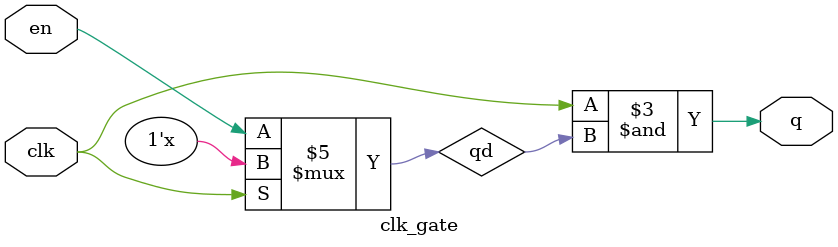
<source format=v>
`timescale 1ns / 1ps

module clk_gate (clk,en,q);

input clk, en;
output q;
reg qd;

always@(*)
    begin
        if(~clk)
            qd = en;    
    end

assign q = clk & qd;

endmodule

</source>
